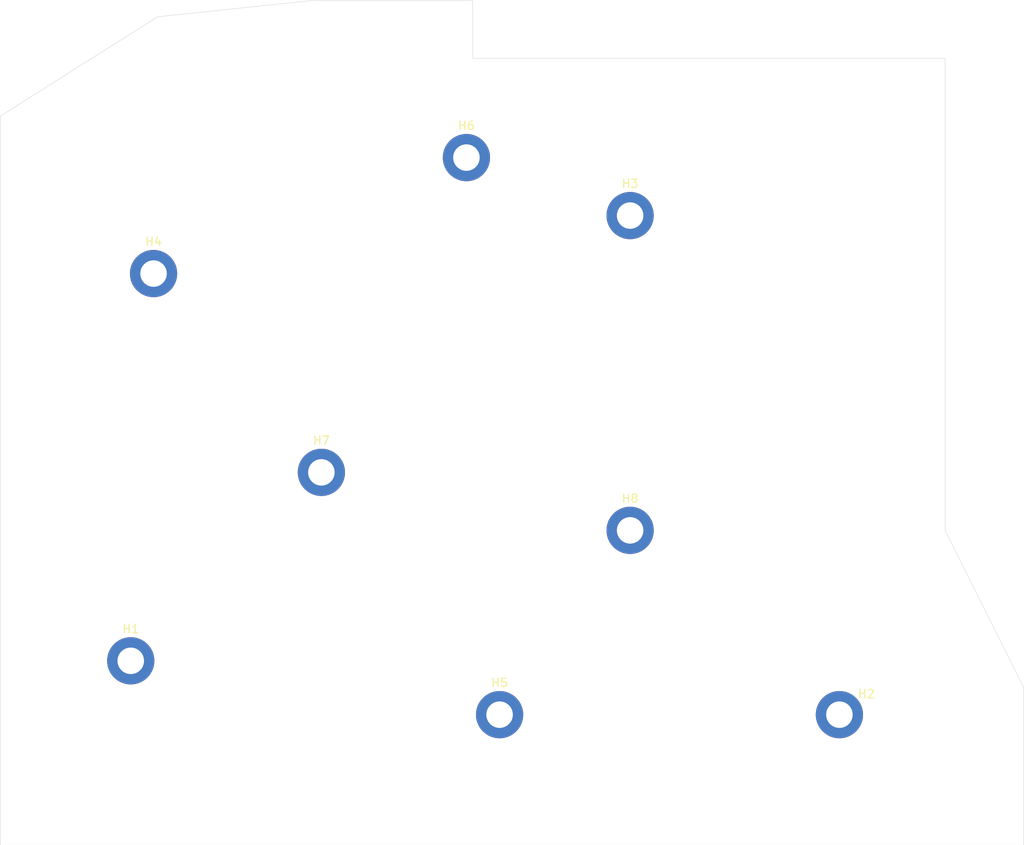
<source format=kicad_pcb>
(kicad_pcb (version 20210925) (generator pcbnew)
  (layers (0 "F.Cu" signal) (31 "B.Cu" signal) (34 "B.Paste" user) (35 "F.Paste" user) (36 "B.SilkS" user "B.Silkscreen") (37 "F.SilkS" user "F.Silkscreen") (38 "B.Mask" user) (39 "F.Mask" user) (44 "Edge.Cuts" user))
  (net 0 "")
  (net 1 "GND")
  (footprint "MountingHole:MountingHole_3.2mm_M3_ISO7380_Pad" (layer "F.Cu") (at 67.25 34.5)
    (fp_text reference "H6" (at 0 -3.85) (layer "F.SilkS"))
    (fp_text value "MountingHole_Pad")
    (pad "1" thru_hole circle locked (at 0 0) (size 5.7 5.7) (drill 3.2) (layers *.Cu *.Mask) (net 1 "GND"))
  )
  (footprint "MountingHole:MountingHole_3.2mm_M3_ISO7380_Pad" (layer "F.Cu") (at 26.75 95.25)
    (fp_text reference "H1" (at 0 -3.85) (layer "F.SilkS"))
    (fp_text value "MountingHole_Pad")
    (pad "1" thru_hole circle locked (at 0 0) (size 5.7 5.7) (drill 3.2) (layers *.Cu *.Mask) (net 1 "GND"))
  )
  (footprint "MountingHole:MountingHole_3.2mm_M3_ISO7380_Pad" (layer "F.Cu") (at 87 41.5)
    (fp_text reference "H3" (at 0 -3.85) (layer "F.SilkS"))
    (fp_text value "MountingHole_Pad")
    (pad "1" thru_hole circle locked (at 0 0) (size 5.7 5.7) (drill 3.2) (layers *.Cu *.Mask) (net 1 "GND"))
  )
  (footprint "MountingHole:MountingHole_3.2mm_M3_ISO7380_Pad" (layer "F.Cu") (at 29.5 48.5)
    (fp_text reference "H4" (at 0 -3.85) (layer "F.SilkS"))
    (fp_text value "MountingHole_Pad")
    (pad "1" thru_hole circle locked (at 0 0) (size 5.7 5.7) (drill 3.2) (layers *.Cu *.Mask) (net 1 "GND"))
  )
  (footprint "MountingHole:MountingHole_3.2mm_M3_ISO7380_Pad" (layer "F.Cu") (at 71.25 101.75)
    (fp_text reference "H5" (at 0 -3.85) (layer "F.SilkS"))
    (fp_text value "MountingHole_Pad")
    (pad "1" thru_hole circle locked (at 0 0) (size 5.7 5.7) (drill 3.2) (layers *.Cu *.Mask) (net 1 "GND"))
  )
  (footprint "MountingHole:MountingHole_3.2mm_M3_ISO7380_Pad" (layer "F.Cu") (at 112.25 101.75)
    (fp_text reference "H2" (at 3.25 -2.5) (layer "F.SilkS"))
    (fp_text value "MountingHole_Pad")
    (pad "1" thru_hole circle locked (at 0 0) (size 5.7 5.7) (drill 3.2) (layers *.Cu *.Mask) (net 1 "GND"))
  )
  (footprint "MountingHole:MountingHole_3.2mm_M3_ISO7380_Pad" (layer "F.Cu") (at 87 79.5)
    (fp_text reference "H8" (at 0 -3.85) (layer "F.SilkS"))
    (fp_text value "MountingHole_Pad")
    (pad "1" thru_hole circle locked (at 0 0) (size 5.7 5.7) (drill 3.2) (layers *.Cu *.Mask) (net 1 "GND"))
  )
  (footprint "MountingHole:MountingHole_3.2mm_M3_ISO7380_Pad" (layer "F.Cu") (at 49.75 72.5)
    (fp_text reference "H7" (at 0 -3.85) (layer "F.SilkS"))
    (fp_text value "MountingHole_Pad")
    (pad "1" thru_hole circle locked (at 0 0) (size 5.7 5.7) (drill 3.2) (layers *.Cu *.Mask) (net 1 "GND"))
  )
  (gr_line (start 68 15.5) (end 49 15.5) (layer "Edge.Cuts") (width 0.05))
  (gr_line (start 134.5 117.5) (end 134.5 98.5) (layer "Edge.Cuts") (width 0.05))
  (gr_line (start 68 22.5) (end 68 15.5) (layer "Edge.Cuts") (width 0.05))
  (gr_line (start 11 29.5) (end 11 117.5) (layer "Edge.Cuts") (width 0.05))
  (gr_line (start 30 17.5) (end 11 29.5) (layer "Edge.Cuts") (width 0.05))
  (gr_line (start 49 15.5) (end 30 17.5) (layer "Edge.Cuts") (width 0.05))
  (gr_line (start 125 79.5) (end 125 22.5) (layer "Edge.Cuts") (width 0.05))
  (gr_line (start 134.5 98.5) (end 125 79.5) (layer "Edge.Cuts") (width 0.05))
  (gr_line (start 125 22.5) (end 68 22.5) (layer "Edge.Cuts") (width 0.05))
  (gr_line (start 11 117.5) (end 134.5 117.5) (layer "Edge.Cuts") (width 0.05))
)
</source>
